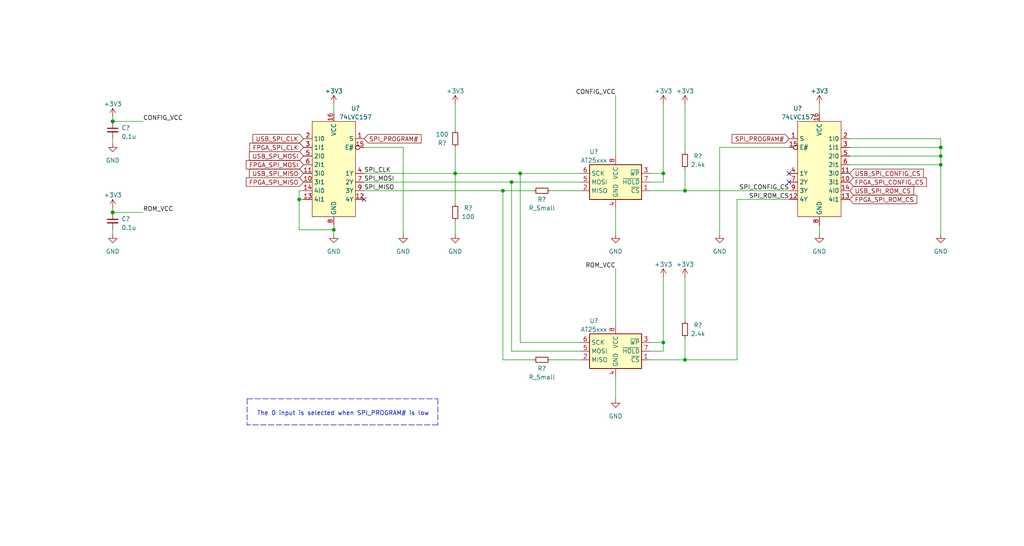
<source format=kicad_sch>
(kicad_sch (version 20210126) (generator eeschema)
  (paper "User" 299.999 159.995)
  (lib_symbols
    (symbol "74lvc157:74LVC157"
      (property "Reference" "U" (at 0 30.48 0))
      (property "Value" "74LVC157" (at 0 27.94 0))
      (symbol "74LVC157_0_1"
        (rectangle (start -6.35 13.97) (end 6.35 -13.97) (stroke (width 0.1524)) (fill (type background)))
      )
      (symbol "74LVC157_1_1"
        (pin input line (at 8.89 8.89 180) (length 2.54) (name "S") (number "1"))
        (pin input line (at -8.89 -3.81 0) (length 2.54) (name "3I1") (number "10"))
        (pin input line (at -8.89 -1.27 0) (length 2.54) (name "3I0") (number "11"))
        (pin output line (at 8.89 -8.89 180) (length 2.54) (name "4Y") (number "12"))
        (pin input line (at -8.89 -8.89 0) (length 2.54) (name "4I1") (number "13"))
        (pin input line (at -8.89 -6.35 0) (length 2.54) (name "4I0") (number "14"))
        (pin input inverted (at 8.89 6.35 180) (length 2.54) (name "E#") (number "15"))
        (pin power_in line (at 0 16.51 270) (length 2.54) (name "VCC") (number "16"))
        (pin input line (at -8.89 8.89 0) (length 2.54) (name "1I0") (number "2"))
        (pin input line (at -8.89 6.35 0) (length 2.54) (name "1I1") (number "3"))
        (pin output line (at 8.89 -1.27 180) (length 2.54) (name "1Y") (number "4"))
        (pin input line (at -8.89 3.81 0) (length 2.54) (name "2I0") (number "5"))
        (pin input line (at -8.89 1.27 0) (length 2.54) (name "2I1") (number "6"))
        (pin output line (at 8.89 -3.81 180) (length 2.54) (name "2Y") (number "7"))
        (pin power_in line (at 0 -16.51 90) (length 2.54) (name "GND") (number "8"))
        (pin output line (at 8.89 -6.35 180) (length 2.54) (name "3Y") (number "9"))
      )
    )
    (symbol "Device:C_Small" (pin_numbers hide) (pin_names (offset 0.254) hide)
      (property "Reference" "C" (at 0.254 1.778 0))
      (property "Value" "C_Small" (at 0.254 -2.032 0))
      (symbol "C_Small_0_1"
        (polyline (pts (xy -1.524 -0.508) (xy 1.524 -0.508)) (stroke (width 0.3302)))
        (polyline (pts (xy -1.524 0.508) (xy 1.524 0.508)) (stroke (width 0.3048)))
      )
      (symbol "C_Small_1_1"
        (pin passive line (at 0 2.54 270) (length 2.032) (name "~") (number "1"))
        (pin passive line (at 0 -2.54 90) (length 2.032) (name "~") (number "2"))
      )
    )
    (symbol "Device:R_Small" (pin_numbers hide) (pin_names (offset 0.254) hide)
      (property "Reference" "R" (at 0.762 0.508 0))
      (property "Value" "R_Small" (at 0.762 -1.016 0))
      (symbol "R_Small_0_1"
        (rectangle (start -0.762 1.778) (end 0.762 -1.778) (stroke (width 0.2032)))
      )
      (symbol "R_Small_1_1"
        (pin passive line (at 0 2.54 270) (length 0.762) (name "~") (number "1"))
        (pin passive line (at 0 -2.54 90) (length 0.762) (name "~") (number "2"))
      )
    )
    (symbol "Memory_EEPROM:AT25xxx"
      (property "Reference" "U" (at -7.62 6.35 0))
      (property "Value" "AT25xxx" (at 2.54 -6.35 0))
      (symbol "AT25xxx_1_1"
        (rectangle (start -7.62 5.08) (end 7.62 -5.08) (stroke (width 0.254)) (fill (type background)))
        (pin input line (at -10.16 -2.54 0) (length 2.54) (name "~CS") (number "1"))
        (pin tri_state line (at 10.16 -2.54 180) (length 2.54) (name "MISO") (number "2"))
        (pin input line (at -10.16 2.54 0) (length 2.54) (name "~WP") (number "3"))
        (pin power_in line (at 0 -7.62 90) (length 2.54) (name "GND") (number "4"))
        (pin input line (at 10.16 0 180) (length 2.54) (name "MOSI") (number "5"))
        (pin input line (at 10.16 2.54 180) (length 2.54) (name "SCK") (number "6"))
        (pin input line (at -10.16 0 0) (length 2.54) (name "~HOLD") (number "7"))
        (pin power_in line (at 0 7.62 270) (length 2.54) (name "VCC") (number "8"))
      )
    )
    (symbol "power:+3V3" (power) (pin_names (offset 0))
      (property "Value" "+3V3" (at 0 3.556 0))
      (symbol "+3V3_0_1"
        (polyline (pts (xy -0.762 1.27) (xy 0 2.54)))
        (polyline (pts (xy 0 0) (xy 0 2.54)))
        (polyline (pts (xy 0 2.54) (xy 0.762 1.27)))
      )
      (symbol "+3V3_1_1"
        (pin power_in line (at 0 0 90) (length 0) hide (name "+3V3") (number "1"))
      )
    )
    (symbol "power:GND" (power) (pin_names (offset 0))
      (property "Value" "GND" (at 0 -3.81 0))
      (symbol "GND_0_1"
        (polyline (pts (xy 0 0) (xy 0 -1.27) (xy 1.27 -1.27) (xy 0 -2.54) (xy -1.27 -1.27) (xy 0 -1.27)))
      )
      (symbol "GND_1_1"
        (pin power_in line (at 0 0 270) (length 0) hide (name "GND") (number "1"))
      )
    )
  )
  (junction (at 33.02 35.56) (diameter 1.016))
  (junction (at 33.02 62.23) (diameter 1.016))
  (junction (at 87.63 58.42) (diameter 0.9144))
  (junction (at 97.79 67.31) (diameter 0.9144))
  (junction (at 133.35 50.8) (diameter 0.9144))
  (junction (at 147.32 55.88) (diameter 0.9144))
  (junction (at 149.86 53.34) (diameter 0.9144))
  (junction (at 152.4 50.8) (diameter 0.9144))
  (junction (at 194.31 50.8) (diameter 0.9144))
  (junction (at 194.31 100.33) (diameter 0.9144))
  (junction (at 200.66 55.88) (diameter 0.9144))
  (junction (at 200.66 105.41) (diameter 0.9144))
  (junction (at 275.59 43.18) (diameter 0.9144))
  (junction (at 275.59 45.72) (diameter 0.9144))
  (junction (at 275.59 48.26) (diameter 0.9144))
  (no_connect (at 106.68 58.42))
  (no_connect (at 231.14 50.8))
  (no_connect (at 231.14 53.34))
  (wire (pts (xy 33.02 34.29) (xy 33.02 35.56)))
  (wire (pts (xy 33.02 35.56) (xy 41.91 35.56)))
  (wire (pts (xy 33.02 40.64) (xy 33.02 41.91)))
  (wire (pts (xy 33.02 60.96) (xy 33.02 62.23)))
  (wire (pts (xy 33.02 62.23) (xy 41.91 62.23)))
  (wire (pts (xy 33.02 67.31) (xy 33.02 68.58)))
  (wire (pts (xy 87.63 55.88) (xy 87.63 58.42)))
  (wire (pts (xy 87.63 58.42) (xy 87.63 67.31)))
  (wire (pts (xy 87.63 58.42) (xy 88.9 58.42)))
  (wire (pts (xy 87.63 67.31) (xy 97.79 67.31)))
  (wire (pts (xy 88.9 55.88) (xy 87.63 55.88)))
  (wire (pts (xy 97.79 30.48) (xy 97.79 33.02)))
  (wire (pts (xy 97.79 66.04) (xy 97.79 67.31)))
  (wire (pts (xy 97.79 67.31) (xy 97.79 68.58)))
  (wire (pts (xy 106.68 43.18) (xy 118.11 43.18)))
  (wire (pts (xy 106.68 50.8) (xy 133.35 50.8)))
  (wire (pts (xy 106.68 53.34) (xy 149.86 53.34)))
  (wire (pts (xy 106.68 55.88) (xy 147.32 55.88)))
  (wire (pts (xy 118.11 43.18) (xy 118.11 68.58)))
  (wire (pts (xy 133.35 30.48) (xy 133.35 38.1)))
  (wire (pts (xy 133.35 43.18) (xy 133.35 50.8)))
  (wire (pts (xy 133.35 50.8) (xy 133.35 59.69)))
  (wire (pts (xy 133.35 50.8) (xy 152.4 50.8)))
  (wire (pts (xy 133.35 64.77) (xy 133.35 68.58)))
  (wire (pts (xy 147.32 55.88) (xy 156.21 55.88)))
  (wire (pts (xy 147.32 105.41) (xy 147.32 55.88)))
  (wire (pts (xy 147.32 105.41) (xy 156.21 105.41)))
  (wire (pts (xy 149.86 53.34) (xy 170.18 53.34)))
  (wire (pts (xy 149.86 102.87) (xy 149.86 53.34)))
  (wire (pts (xy 149.86 102.87) (xy 170.18 102.87)))
  (wire (pts (xy 152.4 50.8) (xy 152.4 100.33)))
  (wire (pts (xy 152.4 50.8) (xy 170.18 50.8)))
  (wire (pts (xy 152.4 100.33) (xy 170.18 100.33)))
  (wire (pts (xy 170.18 55.88) (xy 161.29 55.88)))
  (wire (pts (xy 170.18 105.41) (xy 161.29 105.41)))
  (wire (pts (xy 180.34 27.94) (xy 180.34 45.72)))
  (wire (pts (xy 180.34 60.96) (xy 180.34 68.58)))
  (wire (pts (xy 180.34 78.74) (xy 180.34 95.25)))
  (wire (pts (xy 180.34 110.49) (xy 180.34 116.84)))
  (wire (pts (xy 190.5 55.88) (xy 200.66 55.88)))
  (wire (pts (xy 190.5 105.41) (xy 200.66 105.41)))
  (wire (pts (xy 194.31 30.48) (xy 194.31 50.8)))
  (wire (pts (xy 194.31 50.8) (xy 190.5 50.8)))
  (wire (pts (xy 194.31 50.8) (xy 194.31 53.34)))
  (wire (pts (xy 194.31 53.34) (xy 190.5 53.34)))
  (wire (pts (xy 194.31 81.28) (xy 194.31 100.33)))
  (wire (pts (xy 194.31 100.33) (xy 190.5 100.33)))
  (wire (pts (xy 194.31 100.33) (xy 194.31 102.87)))
  (wire (pts (xy 194.31 102.87) (xy 190.5 102.87)))
  (wire (pts (xy 200.66 30.48) (xy 200.66 44.45)))
  (wire (pts (xy 200.66 55.88) (xy 200.66 49.53)))
  (wire (pts (xy 200.66 55.88) (xy 231.14 55.88)))
  (wire (pts (xy 200.66 81.28) (xy 200.66 93.98)))
  (wire (pts (xy 200.66 105.41) (xy 200.66 99.06)))
  (wire (pts (xy 200.66 105.41) (xy 215.9 105.41)))
  (wire (pts (xy 210.82 43.18) (xy 210.82 68.58)))
  (wire (pts (xy 215.9 58.42) (xy 215.9 105.41)))
  (wire (pts (xy 231.14 43.18) (xy 210.82 43.18)))
  (wire (pts (xy 231.14 58.42) (xy 215.9 58.42)))
  (wire (pts (xy 240.03 30.48) (xy 240.03 33.02)))
  (wire (pts (xy 240.03 66.04) (xy 240.03 68.58)))
  (wire (pts (xy 248.92 40.64) (xy 275.59 40.64)))
  (wire (pts (xy 248.92 43.18) (xy 275.59 43.18)))
  (wire (pts (xy 248.92 45.72) (xy 275.59 45.72)))
  (wire (pts (xy 248.92 48.26) (xy 275.59 48.26)))
  (wire (pts (xy 275.59 40.64) (xy 275.59 43.18)))
  (wire (pts (xy 275.59 43.18) (xy 275.59 45.72)))
  (wire (pts (xy 275.59 45.72) (xy 275.59 48.26)))
  (wire (pts (xy 275.59 48.26) (xy 275.59 68.58)))
  (polyline (pts (xy 72.39 116.84) (xy 72.39 124.46)) (stroke (width 0) (type dash)))
  (polyline (pts (xy 72.39 116.84) (xy 128.27 116.84)) (stroke (width 0) (type dash)))
  (polyline (pts (xy 128.27 116.84) (xy 128.27 124.46)) (stroke (width 0) (type dash)))
  (polyline (pts (xy 128.27 124.46) (xy 72.39 124.46)) (stroke (width 0) (type dash)))
  (text "The 0 input is selected when SPI_PROGRAM# is low" (at 125.73 121.92 180) (effects (font (size 1.27 1.27)) (justify right bottom)))
  (label "CONFIG_VCC" (at 41.91 35.56 0))
  (label "ROM_VCC" (at 41.91 62.23 0))
  (label "SPI_CLK" (at 106.68 50.8 0))
  (label "SPI_MOSI" (at 106.68 53.34 0))
  (label "SPI_MISO" (at 106.68 55.88 0))
  (label "CONFIG_VCC" (at 180.34 27.94 180))
  (label "ROM_VCC" (at 180.34 78.74 180))
  (label "SPI_CONFIG_CS" (at 231.14 55.88 180))
  (label "SPI_ROM_CS" (at 231.14 58.42 180))
  (global_label "USB_SPI_CLK" (shape input) (at 88.9 40.64 180) (property "Intersheet References" "${INTERSHEET_REFS}" (effects hide)))
  (global_label "FPGA_SPI_CLK" (shape input) (at 88.9 43.18 180) (property "Intersheet References" "${INTERSHEET_REFS}" (effects hide)))
  (global_label "USB_SPI_MOSI" (shape input) (at 88.9 45.72 180) (property "Intersheet References" "${INTERSHEET_REFS}" (effects hide)))
  (global_label "FPGA_SPI_MOSI" (shape input) (at 88.9 48.26 180) (property "Intersheet References" "${INTERSHEET_REFS}" (effects hide)))
  (global_label "USB_SPI_MISO" (shape input) (at 88.9 50.8 180) (property "Intersheet References" "${INTERSHEET_REFS}" (effects hide)))
  (global_label "FPGA_SPI_MISO" (shape input) (at 88.9 53.34 180) (property "Intersheet References" "${INTERSHEET_REFS}" (effects hide)))
  (global_label "SPI_PROGRAM#" (shape input) (at 106.68 40.64 0) (property "Intersheet References" "${INTERSHEET_REFS}" (effects hide)))
  (global_label "SPI_PROGRAM#" (shape input) (at 231.14 40.64 180) (property "Intersheet References" "${INTERSHEET_REFS}" (effects hide)))
  (global_label "USB_SPI_CONFIG_CS" (shape input) (at 248.92 50.8 0) (property "Intersheet References" "${INTERSHEET_REFS}" (effects hide)))
  (global_label "FPGA_SPI_CONFIG_CS" (shape input) (at 248.92 53.34 0) (property "Intersheet References" "${INTERSHEET_REFS}" (effects hide)))
  (global_label "USB_SPI_ROM_CS" (shape input) (at 248.92 55.88 0) (property "Intersheet References" "${INTERSHEET_REFS}" (effects hide)))
  (global_label "FPGA_SPI_ROM_CS" (shape input) (at 248.92 58.42 0) (property "Intersheet References" "${INTERSHEET_REFS}" (effects hide)))
  (symbol (lib_id "power:+3V3") (at 33.02 34.29 0) (unit 1)
    (property "Reference" "#PWR?" (effects hide))
    (property "Value" "+3V3" (at 33.02 30.48 0))
  )
  (symbol (lib_id "power:+3V3") (at 33.02 60.96 0) (unit 1)
    (property "Reference" "#PWR?" (effects hide))
    (property "Value" "+3V3" (at 33.02 57.15 0))
  )
  (symbol (lib_id "power:+3V3") (at 97.79 30.48 0) (mirror y)
    (property "Reference" "#PWR?" (effects hide))
    (property "Value" "+3V3" (at 97.79 26.67 0))
  )
  (symbol (lib_id "power:+3V3") (at 133.35 30.48 0) (mirror y)
    (property "Reference" "#PWR?" (effects hide))
    (property "Value" "+3V3" (at 133.35 26.67 0))
  )
  (symbol (lib_id "power:+3V3") (at 194.31 30.48 0) (mirror y)
    (property "Reference" "#PWR?" (effects hide))
    (property "Value" "+3V3" (at 194.31 26.67 0))
  )
  (symbol (lib_id "power:+3V3") (at 194.31 81.28 0) (mirror y)
    (property "Reference" "#PWR?" (effects hide))
    (property "Value" "+3V3" (at 194.31 77.47 0))
  )
  (symbol (lib_id "power:+3V3") (at 200.66 30.48 0) (mirror y)
    (property "Reference" "#PWR?" (effects hide))
    (property "Value" "+3V3" (at 200.66 26.67 0))
  )
  (symbol (lib_id "power:+3V3") (at 200.66 81.28 0) (mirror y)
    (property "Reference" "#PWR?" (effects hide))
    (property "Value" "+3V3" (at 200.66 77.47 0))
  )
  (symbol (lib_id "power:+3V3") (at 240.03 30.48 0) (mirror y)
    (property "Reference" "#PWR?" (effects hide))
    (property "Value" "+3V3" (at 240.03 26.67 0))
  )
  (symbol (lib_id "power:GND") (at 33.02 41.91 0) (unit 1)
    (property "Reference" "#PWR?" (effects hide))
    (property "Value" "GND" (at 33.02 46.99 0))
  )
  (symbol (lib_id "power:GND") (at 33.02 68.58 0) (unit 1)
    (property "Reference" "#PWR?" (effects hide))
    (property "Value" "GND" (at 33.02 73.66 0))
  )
  (symbol (lib_id "power:GND") (at 97.79 68.58 0) (mirror y)
    (property "Reference" "#PWR?" (effects hide))
    (property "Value" "GND" (at 97.79 73.66 0))
  )
  (symbol (lib_id "power:GND") (at 118.11 68.58 0) (mirror y)
    (property "Reference" "#PWR?" (effects hide))
    (property "Value" "GND" (at 118.11 73.66 0))
  )
  (symbol (lib_id "power:GND") (at 133.35 68.58 0) (mirror y)
    (property "Reference" "#PWR?" (effects hide))
    (property "Value" "GND" (at 133.35 73.66 0))
  )
  (symbol (lib_id "power:GND") (at 180.34 68.58 0) (mirror y)
    (property "Reference" "#PWR?" (effects hide))
    (property "Value" "GND" (at 180.34 73.66 0))
  )
  (symbol (lib_id "power:GND") (at 180.34 116.84 0) (mirror y)
    (property "Reference" "#PWR?" (effects hide))
    (property "Value" "GND" (at 180.34 121.92 0))
  )
  (symbol (lib_id "power:GND") (at 210.82 68.58 0) (mirror y)
    (property "Reference" "#PWR?" (effects hide))
    (property "Value" "GND" (at 210.82 73.66 0))
  )
  (symbol (lib_id "power:GND") (at 240.03 68.58 0) (mirror y)
    (property "Reference" "#PWR?" (effects hide))
    (property "Value" "GND" (at 240.03 73.66 0))
  )
  (symbol (lib_id "power:GND") (at 275.59 68.58 0) (mirror y)
    (property "Reference" "#PWR?" (effects hide))
    (property "Value" "GND" (at 275.59 73.66 0))
  )
  (symbol (lib_id "Device:R_Small") (at 133.35 40.64 0) (mirror x)
    (property "Reference" "R?" (at 129.54 41.91 0))
    (property "Value" "100" (at 129.54 39.37 0))
  )
  (symbol (lib_id "Device:R_Small") (at 133.35 62.23 0) (mirror y)
    (property "Reference" "R?" (at 137.16 60.96 0))
    (property "Value" "100" (at 137.16 63.5 0))
  )
  (symbol (lib_id "Device:R_Small") (at 158.75 55.88 90) (mirror x)
    (property "Reference" "R?" (at 158.75 58.42 90))
    (property "Value" "R_Small" (at 158.75 60.96 90))
  )
  (symbol (lib_id "Device:R_Small") (at 158.75 105.41 90) (mirror x)
    (property "Reference" "R?" (at 158.75 107.95 90))
    (property "Value" "R_Small" (at 158.75 110.49 90))
  )
  (symbol (lib_id "Device:R_Small") (at 200.66 46.99 0) (mirror y)
    (property "Reference" "R?" (at 204.47 45.72 0))
    (property "Value" "2.4k" (at 204.47 48.26 0))
  )
  (symbol (lib_id "Device:R_Small") (at 200.66 96.52 0) (mirror y)
    (property "Reference" "R?" (at 204.47 95.25 0))
    (property "Value" "2.4k" (at 204.47 97.79 0))
  )
  (symbol (lib_id "Device:C_Small") (at 33.02 38.1 0) (unit 1)
    (property "Reference" "C?" (at 35.56 37.4649 0) (effects (justify left)))
    (property "Value" "0.1u" (at 35.56 40.0049 0) (effects (justify left)))
  )
  (symbol (lib_id "Device:C_Small") (at 33.02 64.77 0) (unit 1)
    (property "Reference" "C?" (at 35.56 64.1349 0) (effects (justify left)))
    (property "Value" "0.1u" (at 35.56 66.6749 0) (effects (justify left)))
  )
  (symbol (lib_id "Memory_EEPROM:AT25xxx") (at 180.34 53.34 0) (mirror y)
    (property "Reference" "U?" (at 173.99 44.45 0))
    (property "Value" "AT25xxx" (at 173.99 46.99 0))
    (property "Datasheet" "http://ww1.microchip.com/downloads/en/DeviceDoc/Atmel-8707-SEEPROM-AT25010B-020B-040B-Datasheet.pdf" (effects hide))
  )
  (symbol (lib_id "Memory_EEPROM:AT25xxx") (at 180.34 102.87 0) (mirror y)
    (property "Reference" "U?" (at 173.99 93.98 0))
    (property "Value" "AT25xxx" (at 173.99 96.52 0))
    (property "Datasheet" "http://ww1.microchip.com/downloads/en/DeviceDoc/Atmel-8707-SEEPROM-AT25010B-020B-040B-Datasheet.pdf" (effects hide))
  )
  (symbol (lib_id "74lvc157:74LVC157") (at 97.79 49.53 0)
    (property "Reference" "U?" (at 104.14 31.75 0))
    (property "Value" "74LVC157" (at 104.14 34.29 0))
  )
  (symbol (lib_id "74lvc157:74LVC157") (at 240.03 49.53 0) (mirror y)
    (property "Reference" "U?" (at 233.68 31.75 0))
    (property "Value" "74LVC157" (at 233.68 34.29 0))
  )
)
</source>
